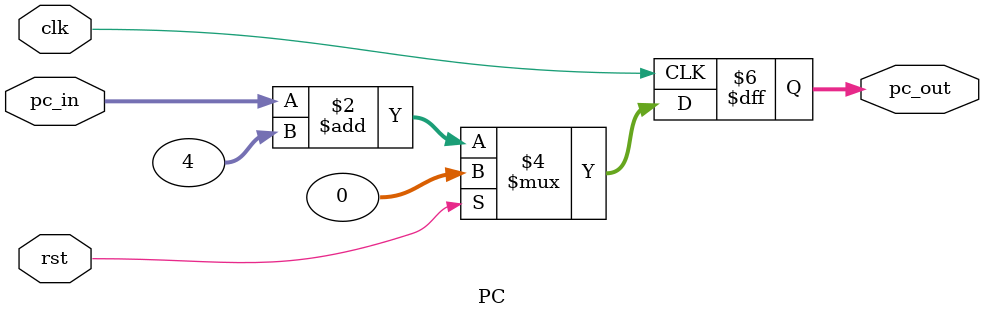
<source format=v>
module PC(rst, clk, pc_in, pc_out);
	input clk, rst;
	input [31:0] pc_in;
	output reg [31:0] pc_out;
	
	always @(posedge clk) begin
		if (rst) pc_out <= 0;
		else pc_out <= pc_in + 4; // change to pc = pc + 32'd1 if memory is word addressed
	end
endmodule
</source>
